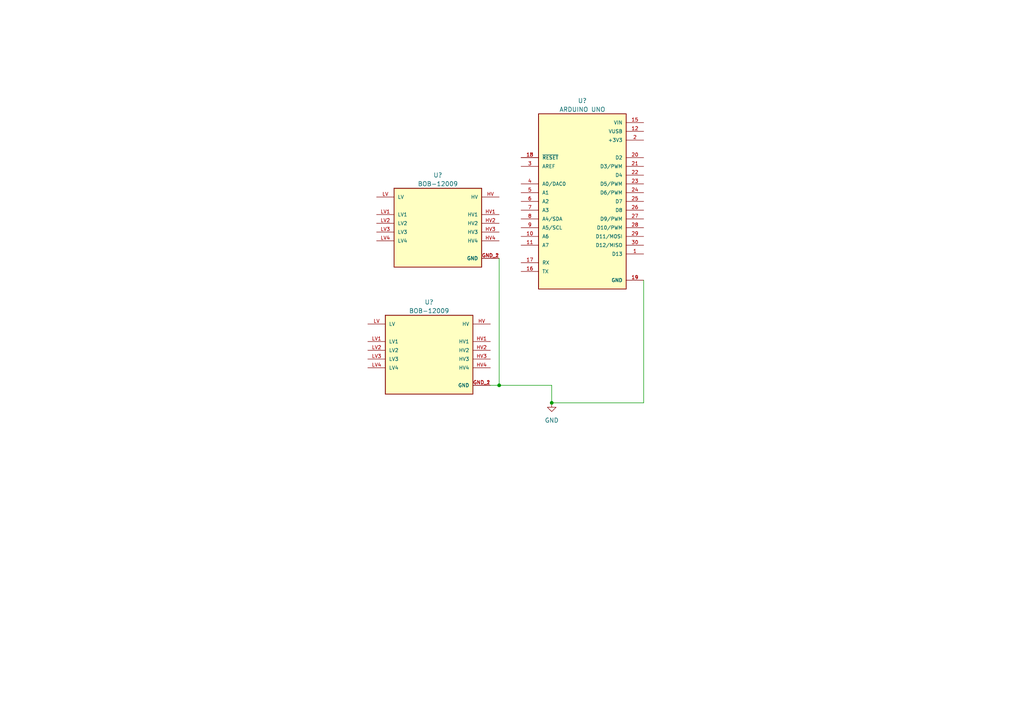
<source format=kicad_sch>
(kicad_sch (version 20230121) (generator eeschema)
  (paper "A4")
  (lib_symbols
    (symbol "ARDUINO UNO:ABX00027" (pin_names (offset 1.016))
      (property "Reference" "U" (at -12.7 26.67 0))
      (property "Value" "ARDUINO UNO" (at -12.7 -26.67 0))
      (symbol "ABX00027_0_0"
        (rectangle (start -12.7 25.4) (end 12.7 -25.4) (stroke (width 0.254)) (fill (type background)))
        (pin bidirectional line (at 17.78 -15.24 180) (length 5.08) (name "D13") (number "1"))
        (pin input line (at -17.78 -10.16 0) (length 5.08) (name "A6") (number "10"))
        (pin input line (at -17.78 -12.7 0) (length 5.08) (name "A7") (number "11"))
        (pin power_in line (at 17.78 20.32 180) (length 5.08) (name "VUSB") (number "12"))
        (pin input line (at -17.78 12.7 0) (length 5.08) (name "~{RESET}") (number "13"))
        (pin power_in line (at 17.78 -22.86 180) (length 5.08) (name "GND") (number "14"))
        (pin power_in line (at 17.78 22.86 180) (length 5.08) (name "VIN") (number "15"))
        (pin bidirectional line (at -17.78 -20.32 0) (length 5.08) (name "TX") (number "16"))
        (pin bidirectional line (at -17.78 -17.78 0) (length 5.08) (name "RX") (number "17"))
        (pin input line (at -17.78 12.7 0) (length 5.08) (name "~{RESET}") (number "18"))
        (pin power_in line (at 17.78 -22.86 180) (length 5.08) (name "GND") (number "19"))
        (pin power_in line (at 17.78 17.78 180) (length 5.08) (name "+3V3") (number "2"))
        (pin bidirectional line (at 17.78 12.7 180) (length 5.08) (name "D2") (number "20"))
        (pin bidirectional line (at 17.78 10.16 180) (length 5.08) (name "D3/PWM") (number "21"))
        (pin bidirectional line (at 17.78 7.62 180) (length 5.08) (name "D4") (number "22"))
        (pin bidirectional line (at 17.78 5.08 180) (length 5.08) (name "D5/PWM") (number "23"))
        (pin bidirectional line (at 17.78 2.54 180) (length 5.08) (name "D6/PWM") (number "24"))
        (pin bidirectional line (at 17.78 0 180) (length 5.08) (name "D7") (number "25"))
        (pin bidirectional line (at 17.78 -2.54 180) (length 5.08) (name "D8") (number "26"))
        (pin bidirectional line (at 17.78 -5.08 180) (length 5.08) (name "D9/PWM") (number "27"))
        (pin bidirectional line (at 17.78 -7.62 180) (length 5.08) (name "D10/PWM") (number "28"))
        (pin bidirectional line (at 17.78 -10.16 180) (length 5.08) (name "D11/MOSI") (number "29"))
        (pin input line (at -17.78 10.16 0) (length 5.08) (name "AREF") (number "3"))
        (pin bidirectional line (at 17.78 -12.7 180) (length 5.08) (name "D12/MISO") (number "30"))
        (pin bidirectional line (at -17.78 5.08 0) (length 5.08) (name "A0/DAC0") (number "4"))
        (pin input line (at -17.78 2.54 0) (length 5.08) (name "A1") (number "5"))
        (pin input line (at -17.78 0 0) (length 5.08) (name "A2") (number "6"))
        (pin input line (at -17.78 -2.54 0) (length 5.08) (name "A3") (number "7"))
        (pin input line (at -17.78 -5.08 0) (length 5.08) (name "A4/SDA") (number "8"))
        (pin input line (at -17.78 -7.62 0) (length 5.08) (name "A5/SCL") (number "9"))
      )
    )
    (symbol "BOB-12009:BOB-12009" (pin_names (offset 1.016))
      (property "Reference" "U" (at -12.7 11.43 0))
      (property "Value" "BOB-12009" (at -12.7 -15.24 0))
      (symbol "BOB-12009_0_0"
        (rectangle (start -12.7 10.16) (end 12.7 -12.7) (stroke (width 0.254)) (fill (type background)))
        (pin power_in line (at 17.78 -10.16 180) (length 5.08) (name "GND") (number "GND_1"))
        (pin power_in line (at 17.78 -10.16 180) (length 5.08) (name "GND") (number "GND_2"))
        (pin bidirectional line (at 17.78 7.62 180) (length 5.08) (name "HV") (number "HV"))
        (pin bidirectional line (at 17.78 2.54 180) (length 5.08) (name "HV1") (number "HV1"))
        (pin bidirectional line (at 17.78 0 180) (length 5.08) (name "HV2") (number "HV2"))
        (pin bidirectional line (at 17.78 -2.54 180) (length 5.08) (name "HV3") (number "HV3"))
        (pin bidirectional line (at 17.78 -5.08 180) (length 5.08) (name "HV4") (number "HV4"))
        (pin bidirectional line (at -17.78 7.62 0) (length 5.08) (name "LV") (number "LV"))
        (pin bidirectional line (at -17.78 2.54 0) (length 5.08) (name "LV1") (number "LV1"))
        (pin bidirectional line (at -17.78 0 0) (length 5.08) (name "LV2") (number "LV2"))
        (pin bidirectional line (at -17.78 -2.54 0) (length 5.08) (name "LV3") (number "LV3"))
        (pin bidirectional line (at -17.78 -5.08 0) (length 5.08) (name "LV4") (number "LV4"))
      )
    )
    (symbol "BOB-12009_1" (pin_names (offset 1.016))
      (property "Reference" "U" (at -12.7 11.43 0))
      (property "Value" "BOB-12009" (at -12.7 -15.24 0))
      (symbol "BOB-12009_1_0_0"
        (rectangle (start -12.7 -12.7) (end 12.7 10.16) (stroke (width 0.254)) (fill (type background)))
        (pin power_in line (at 17.78 -10.16 180) (length 5.08) (name "GND") (number "GND_1"))
        (pin power_in line (at 17.78 -10.16 180) (length 5.08) (name "GND") (number "GND_2"))
        (pin bidirectional line (at 17.78 7.62 180) (length 5.08) (name "HV") (number "HV"))
        (pin bidirectional line (at 17.78 2.54 180) (length 5.08) (name "HV1") (number "HV1"))
        (pin bidirectional line (at 17.78 0 180) (length 5.08) (name "HV2") (number "HV2"))
        (pin bidirectional line (at 17.78 -2.54 180) (length 5.08) (name "HV3") (number "HV3"))
        (pin bidirectional line (at 17.78 -5.08 180) (length 5.08) (name "HV4") (number "HV4"))
        (pin bidirectional line (at -17.78 7.62 0) (length 5.08) (name "LV") (number "LV"))
        (pin bidirectional line (at -17.78 2.54 0) (length 5.08) (name "LV1") (number "LV1"))
        (pin bidirectional line (at -17.78 0 0) (length 5.08) (name "LV2") (number "LV2"))
        (pin bidirectional line (at -17.78 -2.54 0) (length 5.08) (name "LV3") (number "LV3"))
        (pin bidirectional line (at -17.78 -5.08 0) (length 5.08) (name "LV4") (number "LV4"))
      )
    )
    (symbol "power:GND" (power) (pin_names (offset 0))
      (property "Value" "GND" (at 0 -3.81 0))
      (symbol "GND_0_1"
        (polyline (pts (xy 0 0) (xy 0 -1.27) (xy 1.27 -1.27) (xy 0 -2.54) (xy -1.27 -1.27) (xy 0 -1.27)))
      )
      (symbol "GND_1_1"
        (pin power_in line (at 0 0 270) (length 0) hide (name "GND") (number "1"))
      )
    )
  )
  (junction (at 160.02 116.84))
  (junction (at 144.78 111.76))
  (wire (pts (xy 186.69 81.28) (xy 186.69 116.84)))
  (wire (pts (xy 186.69 116.84) (xy 160.02 116.84)))
  (wire (pts (xy 144.78 74.93) (xy 144.78 111.76)))
  (wire (pts (xy 160.02 111.76) (xy 160.02 116.84)))
  (wire (pts (xy 142.24 111.76) (xy 144.78 111.76)))
  (wire (pts (xy 144.78 111.76) (xy 160.02 111.76)))
  (symbol (lib_id "ARDUINO UNO:ABX00027") (at 168.91 58.42 0) (unit 1)
    (property "Reference" "U?" (at 168.91 29.21 0))
    (property "Value" "ARDUINO UNO" (at 168.91 31.75 0))
    (property "Footprint" "MODULE_ABX00027" (effects hide))
    (property "MF" "Arduino" (effects hide))
    (property "DESCRIPTION" "ATSAMD21G18A Arduino Nano 33 IoT SAM D ARM® Cortex®-M0+ MCU 32-Bit Embedded Evaluation Board" (effects hide))
    (property "PACKAGE" "None" (effects hide))
    (property "PRICE" "None" (effects hide))
    (property "Package" "None" (effects hide))
    (property "Price" "None" (effects hide))
    (property "SnapEDA_Link" "https://www.snapeda.com/parts/Arduino%20Nano%2033%20IoT/Arduino/view-part/?ref=snap" (effects hide))
    (property "MP" "Arduino Nano 33 IoT" (effects hide))
    (property "DIGIKEY-PURCHASE-URL" "https://snapeda.com/shop?store=DigiKey&id=3949339" (effects hide))
    (property "Availability" "Not in stock" (effects hide))
    (property "AVAILABILITY" "Unavailable" (effects hide))
    (property "Description" "\nAn IoT connected IMU sensor in the Nano form factor.\n" (effects hide))
  )
  (symbol (lib_name "BOB-12009_1") (lib_id "BOB-12009:BOB-12009") (at 124.46 101.6 0) (unit 1)
    (property "Reference" "U?" (at 124.46 87.63 0))
    (property "Value" "BOB-12009" (at 124.46 90.17 0))
    (property "Footprint" "CONV_BOB-12009" (effects hide))
    (property "DigiKey_Part_Number" "1568-1209-ND" (effects hide))
    (property "MF" "SparkFun" (effects hide))
    (property "MAXIMUM_PACKAGE_HEIGHT" "N/A" (effects hide))
    (property "Package" "None" (effects hide))
    (property "Check_prices" "https://www.snapeda.com/parts/BOB-12009/SparkFun+Electronics/view-part/?ref=eda" (effects hide))
    (property "STANDARD" "Manufacturer Recommendations" (effects hide))
    (property "PARTREV" "01" (effects hide))
    (property "SnapEDA_Link" "https://www.snapeda.com/parts/BOB-12009/SparkFun+Electronics/view-part/?ref=snap" (effects hide))
    (property "MP" "BOB-12009" (effects hide))
    (property "Purchase-URL" "https://pricing.snapeda.com/search?q=BOB-12009&ref=eda" (effects hide))
    (property "Description" "\nBSS138 Logic-Level Translator Interface Evaluation Board\n" (effects hide))
    (property "MANUFACTURER" "SparkFun Electronics" (effects hide))
  )
  (symbol (lib_id "power:GND") (at 160.02 116.84 0) (unit 1)
    (property "Reference" "#PWR01" (effects hide))
    (property "Value" "GND" (at 160.02 121.92 0))
  )
  (symbol (lib_id "BOB-12009:BOB-12009") (at 127 64.77 0) (unit 1)
    (property "Reference" "U?" (at 127 50.8 0))
    (property "Value" "BOB-12009" (at 127 53.34 0))
    (property "Footprint" "CONV_BOB-12009" (effects hide))
    (property "DigiKey_Part_Number" "1568-1209-ND" (effects hide))
    (property "MF" "SparkFun" (effects hide))
    (property "MAXIMUM_PACKAGE_HEIGHT" "N/A" (effects hide))
    (property "Package" "None" (effects hide))
    (property "Check_prices" "https://www.snapeda.com/parts/BOB-12009/SparkFun+Electronics/view-part/?ref=eda" (effects hide))
    (property "STANDARD" "Manufacturer Recommendations" (effects hide))
    (property "PARTREV" "01" (effects hide))
    (property "SnapEDA_Link" "https://www.snapeda.com/parts/BOB-12009/SparkFun+Electronics/view-part/?ref=snap" (effects hide))
    (property "MP" "BOB-12009" (effects hide))
    (property "Purchase-URL" "https://pricing.snapeda.com/search?q=BOB-12009&ref=eda" (effects hide))
    (property "Description" "\nBSS138 Logic-Level Translator Interface Evaluation Board\n" (effects hide))
    (property "MANUFACTURER" "SparkFun Electronics" (effects hide))
  )
)
</source>
